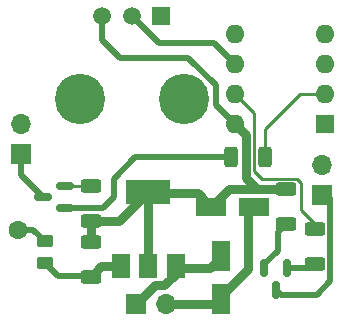
<source format=gtl>
G04 #@! TF.GenerationSoftware,KiCad,Pcbnew,(6.0.7)*
G04 #@! TF.CreationDate,2024-01-15T20:32:35-05:00*
G04 #@! TF.ProjectId,pcb_chip,7063625f-6368-4697-902e-6b696361645f,rev?*
G04 #@! TF.SameCoordinates,Original*
G04 #@! TF.FileFunction,Copper,L1,Top*
G04 #@! TF.FilePolarity,Positive*
%FSLAX46Y46*%
G04 Gerber Fmt 4.6, Leading zero omitted, Abs format (unit mm)*
G04 Created by KiCad (PCBNEW (6.0.7)) date 2024-01-15 20:32:35*
%MOMM*%
%LPD*%
G01*
G04 APERTURE LIST*
G04 Aperture macros list*
%AMRoundRect*
0 Rectangle with rounded corners*
0 $1 Rounding radius*
0 $2 $3 $4 $5 $6 $7 $8 $9 X,Y pos of 4 corners*
0 Add a 4 corners polygon primitive as box body*
4,1,4,$2,$3,$4,$5,$6,$7,$8,$9,$2,$3,0*
0 Add four circle primitives for the rounded corners*
1,1,$1+$1,$2,$3*
1,1,$1+$1,$4,$5*
1,1,$1+$1,$6,$7*
1,1,$1+$1,$8,$9*
0 Add four rect primitives between the rounded corners*
20,1,$1+$1,$2,$3,$4,$5,0*
20,1,$1+$1,$4,$5,$6,$7,0*
20,1,$1+$1,$6,$7,$8,$9,0*
20,1,$1+$1,$8,$9,$2,$3,0*%
G04 Aperture macros list end*
G04 #@! TA.AperFunction,SMDPad,CuDef*
%ADD10RoundRect,0.250000X0.450000X-0.262500X0.450000X0.262500X-0.450000X0.262500X-0.450000X-0.262500X0*%
G04 #@! TD*
G04 #@! TA.AperFunction,ComponentPad*
%ADD11R,1.600000X1.600000*%
G04 #@! TD*
G04 #@! TA.AperFunction,ComponentPad*
%ADD12O,1.600000X1.600000*%
G04 #@! TD*
G04 #@! TA.AperFunction,SMDPad,CuDef*
%ADD13RoundRect,0.250000X0.312500X0.625000X-0.312500X0.625000X-0.312500X-0.625000X0.312500X-0.625000X0*%
G04 #@! TD*
G04 #@! TA.AperFunction,SMDPad,CuDef*
%ADD14RoundRect,0.150000X-0.150000X0.587500X-0.150000X-0.587500X0.150000X-0.587500X0.150000X0.587500X0*%
G04 #@! TD*
G04 #@! TA.AperFunction,SMDPad,CuDef*
%ADD15RoundRect,0.250000X-0.625000X0.312500X-0.625000X-0.312500X0.625000X-0.312500X0.625000X0.312500X0*%
G04 #@! TD*
G04 #@! TA.AperFunction,SMDPad,CuDef*
%ADD16RoundRect,0.250000X0.625000X-0.312500X0.625000X0.312500X-0.625000X0.312500X-0.625000X-0.312500X0*%
G04 #@! TD*
G04 #@! TA.AperFunction,SMDPad,CuDef*
%ADD17RoundRect,0.250000X-1.050000X-0.550000X1.050000X-0.550000X1.050000X0.550000X-1.050000X0.550000X0*%
G04 #@! TD*
G04 #@! TA.AperFunction,ComponentPad*
%ADD18R,1.500000X1.500000*%
G04 #@! TD*
G04 #@! TA.AperFunction,ComponentPad*
%ADD19C,1.500000*%
G04 #@! TD*
G04 #@! TA.AperFunction,ComponentPad*
%ADD20C,4.260000*%
G04 #@! TD*
G04 #@! TA.AperFunction,ComponentPad*
%ADD21R,1.700000X1.700000*%
G04 #@! TD*
G04 #@! TA.AperFunction,ComponentPad*
%ADD22O,1.700000X1.700000*%
G04 #@! TD*
G04 #@! TA.AperFunction,SMDPad,CuDef*
%ADD23RoundRect,0.150000X0.587500X0.150000X-0.587500X0.150000X-0.587500X-0.150000X0.587500X-0.150000X0*%
G04 #@! TD*
G04 #@! TA.AperFunction,SMDPad,CuDef*
%ADD24RoundRect,0.250000X-0.550000X1.050000X-0.550000X-1.050000X0.550000X-1.050000X0.550000X1.050000X0*%
G04 #@! TD*
G04 #@! TA.AperFunction,SMDPad,CuDef*
%ADD25R,1.500000X2.000000*%
G04 #@! TD*
G04 #@! TA.AperFunction,SMDPad,CuDef*
%ADD26R,3.800000X2.000000*%
G04 #@! TD*
G04 #@! TA.AperFunction,ViaPad*
%ADD27C,1.600000*%
G04 #@! TD*
G04 #@! TA.AperFunction,Conductor*
%ADD28C,0.500000*%
G04 #@! TD*
G04 #@! TA.AperFunction,Conductor*
%ADD29C,0.250000*%
G04 #@! TD*
G04 #@! TA.AperFunction,Conductor*
%ADD30C,0.750000*%
G04 #@! TD*
G04 APERTURE END LIST*
D10*
X117449600Y-102664900D03*
X117449600Y-100839900D03*
D11*
X141173200Y-90932000D03*
D12*
X141173200Y-88392000D03*
X141173200Y-85852000D03*
X141173200Y-83312000D03*
X133553200Y-83312000D03*
X133553200Y-85852000D03*
X133553200Y-88392000D03*
X133553200Y-90932000D03*
D13*
X136133300Y-93726000D03*
X133208300Y-93726000D03*
D14*
X137957600Y-103100900D03*
X136057600Y-103100900D03*
X137007600Y-104975900D03*
D15*
X137922000Y-96429100D03*
X137922000Y-99354100D03*
D16*
X121412000Y-99125500D03*
X121412000Y-96200500D03*
D17*
X131550000Y-97917000D03*
X135150000Y-97917000D03*
D15*
X140309600Y-99832700D03*
X140309600Y-102757700D03*
D16*
X121412000Y-103824500D03*
X121412000Y-100899500D03*
D18*
X127341000Y-81755000D03*
D19*
X124841000Y-81755000D03*
X122341000Y-81755000D03*
D20*
X129241000Y-88755000D03*
X120441000Y-88755000D03*
D21*
X115417600Y-93477000D03*
D22*
X115417600Y-90937000D03*
D21*
X140970000Y-96906000D03*
D22*
X140970000Y-94366000D03*
D21*
X125171200Y-106172000D03*
D22*
X127711200Y-106172000D03*
D23*
X119149100Y-98028800D03*
X119149100Y-96128800D03*
X117274100Y-97078800D03*
D24*
X132384800Y-102086000D03*
X132384800Y-105686000D03*
D25*
X123938000Y-102972000D03*
X126238000Y-102972000D03*
D26*
X126238000Y-96672000D03*
D25*
X128538000Y-102972000D03*
D27*
X115163600Y-99872800D03*
D28*
X118569100Y-103784400D02*
X121371900Y-103784400D01*
X121371900Y-103784400D02*
X121412000Y-103824500D01*
X117449600Y-102664900D02*
X118569100Y-103784400D01*
X116482500Y-99872800D02*
X117449600Y-100839900D01*
X115163600Y-99872800D02*
X116482500Y-99872800D01*
X137210800Y-100065300D02*
X137922000Y-99354100D01*
X136057600Y-103100900D02*
X136057600Y-102804000D01*
X137210800Y-101650800D02*
X137210800Y-100065300D01*
X136057600Y-102804000D02*
X137210800Y-101650800D01*
X141634600Y-104237400D02*
X141634600Y-97133800D01*
X141634600Y-97133800D02*
X140970000Y-96469200D01*
X140512800Y-105359200D02*
X141634600Y-104237400D01*
X137058400Y-104975900D02*
X137441700Y-105359200D01*
X137441700Y-105359200D02*
X140512800Y-105359200D01*
X122392400Y-98028800D02*
X123291600Y-97129600D01*
X119149100Y-98028800D02*
X122392400Y-98028800D01*
X123291600Y-95554800D02*
X125120400Y-93726000D01*
X125120400Y-93726000D02*
X133208300Y-93726000D01*
X123291600Y-97129600D02*
X123291600Y-95554800D01*
D29*
X119441000Y-98219500D02*
X119441000Y-98171500D01*
X119149100Y-96128800D02*
X121340300Y-96128800D01*
X121340300Y-96128800D02*
X121412000Y-96200500D01*
D28*
X115417600Y-95222300D02*
X117274100Y-97078800D01*
X115417600Y-93477000D02*
X115417600Y-95222300D01*
D30*
X121412000Y-103824500D02*
X122264500Y-102972000D01*
X122264500Y-102972000D02*
X123938000Y-102972000D01*
X134467600Y-95453200D02*
X135443500Y-96429100D01*
X135443500Y-96429100D02*
X136438100Y-96429100D01*
X121412000Y-100899500D02*
X121412000Y-99125500D01*
D28*
X122341000Y-83783800D02*
X122341000Y-81755000D01*
X131927600Y-87630000D02*
X129590800Y-85293200D01*
D30*
X134467600Y-91846400D02*
X134467600Y-95453200D01*
X133553200Y-90576400D02*
X133553200Y-90932000D01*
D28*
X133146800Y-90525600D02*
X131927600Y-89306400D01*
D30*
X130407000Y-96774000D02*
X126340000Y-96774000D01*
X133037900Y-96429100D02*
X136438100Y-96429100D01*
X131550000Y-97917000D02*
X133037900Y-96429100D01*
X136438100Y-96429100D02*
X137922000Y-96429100D01*
X123784500Y-99125500D02*
X121412000Y-99125500D01*
X133604000Y-90525600D02*
X133553200Y-90576400D01*
X126340000Y-96774000D02*
X126238000Y-96672000D01*
X126238000Y-96672000D02*
X123784500Y-99125500D01*
D28*
X131927600Y-89306400D02*
X131927600Y-87630000D01*
D30*
X133553200Y-90932000D02*
X134467600Y-91846400D01*
D28*
X129590800Y-85293200D02*
X123850400Y-85293200D01*
X123850400Y-85293200D02*
X122341000Y-83783800D01*
D30*
X131550000Y-97917000D02*
X130407000Y-96774000D01*
D28*
X133604000Y-90525600D02*
X133146800Y-90525600D01*
D30*
X126238000Y-96672000D02*
X126238000Y-102972000D01*
X128538000Y-103572000D02*
X128538000Y-102972000D01*
X128668000Y-103102000D02*
X131419600Y-103102000D01*
X131419600Y-103102000D02*
X132435600Y-102086000D01*
X126796200Y-104547000D02*
X127563000Y-104547000D01*
X127563000Y-104547000D02*
X128538000Y-103572000D01*
X128538000Y-102972000D02*
X128668000Y-103102000D01*
X125171200Y-106172000D02*
X126796200Y-104547000D01*
X134670800Y-103225600D02*
X134670800Y-98396200D01*
X134670800Y-98396200D02*
X135150000Y-97917000D01*
X131724400Y-106172000D02*
X134670800Y-103225600D01*
X127711200Y-106172000D02*
X131724400Y-106172000D01*
D28*
X124841000Y-81755000D02*
X127160000Y-84074000D01*
X127160000Y-84074000D02*
X131775200Y-84074000D01*
X131775200Y-84074000D02*
X133553200Y-85852000D01*
X139966400Y-103100900D02*
X140309600Y-102757700D01*
X137957600Y-103100900D02*
X139966400Y-103100900D01*
D29*
X133553200Y-87884000D02*
X133553200Y-88392000D01*
X135167600Y-94883200D02*
X135826000Y-95541600D01*
X135826000Y-95541600D02*
X138785173Y-95541600D01*
X139122000Y-98228000D02*
X140309600Y-99415600D01*
X139122000Y-95878427D02*
X139122000Y-98228000D01*
X133553200Y-88392000D02*
X135167600Y-90006400D01*
X138785173Y-95541600D02*
X139122000Y-95878427D01*
X140309600Y-99415600D02*
X140309600Y-99832700D01*
X135167600Y-90006400D02*
X135167600Y-94883200D01*
X136133300Y-93726000D02*
X136133300Y-91323700D01*
X139065000Y-88392000D02*
X141173200Y-88392000D01*
X136133300Y-91323700D02*
X139065000Y-88392000D01*
M02*

</source>
